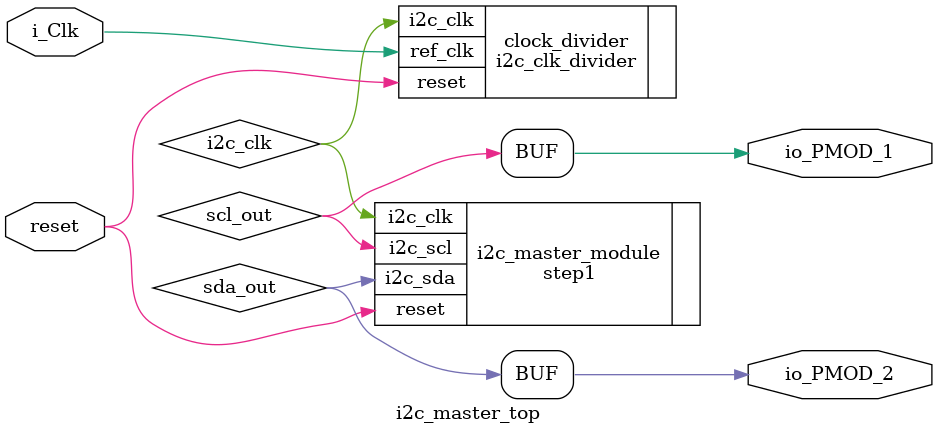
<source format=v>
module i2c_master_top (
    input  wire i_Clk,      // system clock
    input  wire reset,    // reset
    // I2C interface
    output wire io_PMOD_1, //scl_out
    output wire io_PMOD_2 //sda_out, could be inout
);
    //wire to feed divided clock into the module
    wire i2c_clk;    
    wire scl_out;
    wire sda_out;


//instance of clock divider
  i2c_clk_divider clock_divider
  (.ref_clk(i_Clk),
   .reset(reset),
   .i2c_clk(i2c_clk)); //change to be sure?

//instance of master module 
step1 i2c_master_module(
    .i2c_clk(i2c_clk),
    .reset(reset),
    .i2c_sda(sda_out),
    .i2c_scl(scl_out)
);

//assign the stuff at the end 
assign io_PMOD_2 = sda_out;
assign io_PMOD_1 = scl_out;
endmodule
</source>
